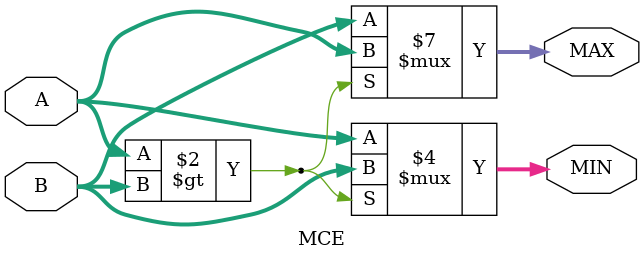
<source format=sv>


module MCE #(parameter N = 7)(
 input [N:0] A , B ,
 output logic [N:0] MAX , MIN
) ;


always_comb

  begin
    if (A > B)
      begin
           MAX = A;
           MIN = B;
      end
    else
      begin
         MAX = B;
         MIN = A;
      end
  end

endmodule

</source>
